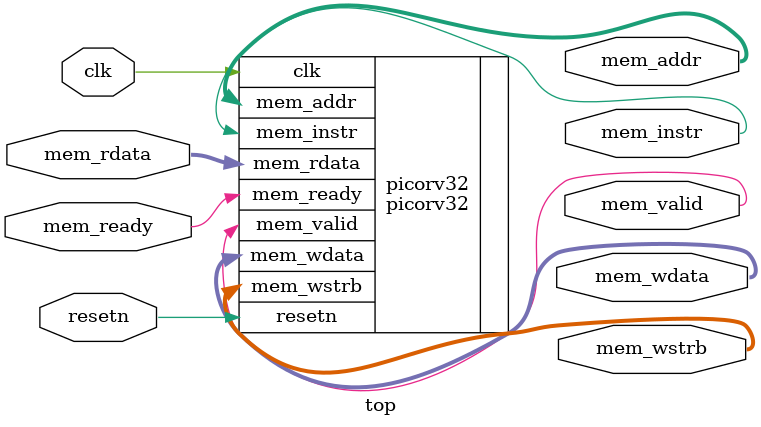
<source format=v>
module top (
	input clk, resetn,

	output        mem_valid,
	output        mem_instr,
	input         mem_ready,

	output [31:0] mem_addr,
	output [31:0] mem_wdata,
	output [ 3:0] mem_wstrb,
	input  [31:0] mem_rdata
);
	picorv32 #(
		.ENABLE_COUNTERS(0),
		.LATCHED_MEM_RDATA(1),
		.TWO_STAGE_SHIFT(0),
		.CATCH_MISALIGN(0),
		.CATCH_ILLINSN(0)
	) picorv32 (
		.clk      (clk      ),
		.resetn   (resetn   ),
		.mem_valid(mem_valid),
		.mem_instr(mem_instr),
		.mem_ready(mem_ready),
		.mem_addr (mem_addr ),
		.mem_wdata(mem_wdata),
		.mem_wstrb(mem_wstrb),
		.mem_rdata(mem_rdata)
	);
endmodule

</source>
